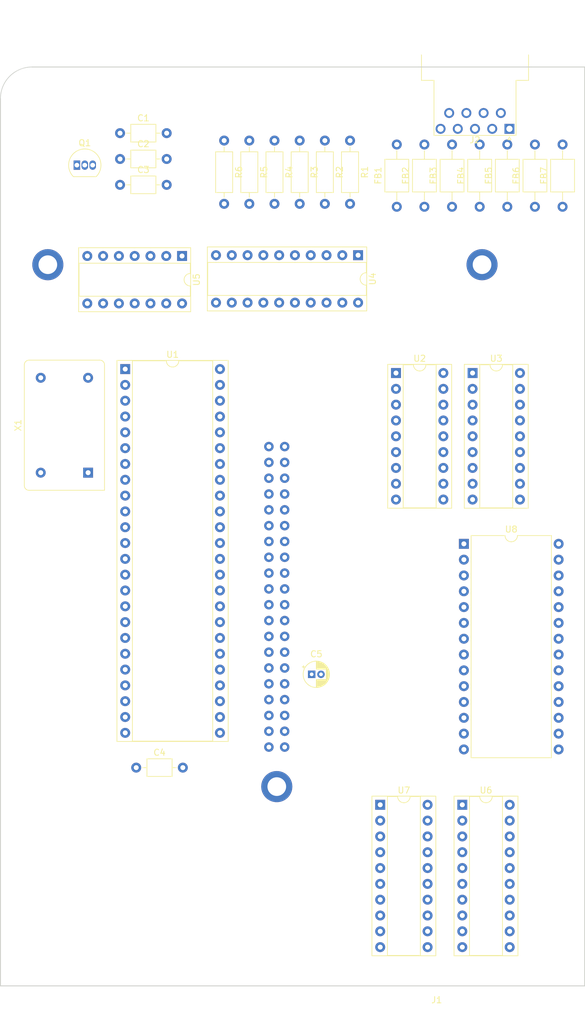
<source format=kicad_pcb>
(kicad_pcb (version 20240108) (generator "pcbnew") (generator_version "8.0")
  (layers (0 "F.Cu" signal) (31 "B.Cu" signal) (34 "B.Paste" user) (35 "F.Paste" user) (36 "B.SilkS" user "B.Silkscreen") (37 "F.SilkS" user "F.Silkscreen") (38 "B.Mask" user) (39 "F.Mask" user) (44 "Edge.Cuts" user))
  (net 0 "")
  (net 1 "GND")
  (net 2 "VCC")
  (net 3 "Net-(FB1-Pad2)")
  (net 4 "Net-(U4-1Y2)")
  (net 5 "Net-(U4-2Y0)")
  (net 6 "Net-(FB2-Pad2)")
  (net 7 "Net-(FB3-Pad2)")
  (net 8 "Net-(U4-1Y1)")
  (net 9 "Net-(U4-2Y1)")
  (net 10 "Net-(FB4-Pad2)")
  (net 11 "Net-(FB5-Pad2)")
  (net 12 "Net-(U4-1Y0)")
  (net 13 "Net-(FB6-Pad2)")
  (net 14 "Net-(Q1-E)")
  (net 15 "Net-(U4-1Y3)")
  (net 16 "Net-(FB7-Pad2)")
  (net 17 "D1")
  (net 18 "D7")
  (net 22 "~{VDC_IRQ}")
  (net 26 "D4")
  (net 28 "D6")
  (net 30 "A0")
  (net 31 "A4")
  (net 32 "A5")
  (net 38 "D0")
  (net 39 "A1")
  (net 40 "D5")
  (net 41 "~{VDC_EN}")
  (net 43 "A2")
  (net 44 "D3")
  (net 46 "R{slash}~{W}")
  (net 50 "D2")
  (net 51 "~{RST}")
  (net 52 "A3")
  (net 53 "Net-(Q1-C)")
  (net 54 "Net-(Q1-B)")
  (net 55 "Net-(R1-Pad1)")
  (net 56 "Net-(R2-Pad2)")
  (net 57 "~{RD}")
  (net 58 "/DRAM.DA1")
  (net 59 "/DRAM.~{CAS}")
  (net 61 "Net-(U1-B)")
  (net 62 "/DRAM.DA7")
  (net 63 "/DRAM.DA6")
  (net 64 "/DRAM.DD6")
  (net 65 "Net-(U1-CSYNC)")
  (net 66 "Net-(U1-R)")
  (net 67 "/DRAM.DA2")
  (net 68 "/DRAM.DD2")
  (net 69 "/DRAM.DD3")
  (net 70 "/DRAM.DA5")
  (net 71 "/DRAM.DD4")
  (net 72 "Net-(U1-G)")
  (net 73 "/DRAM.DA4")
  (net 75 "/DRAM.DA0")
  (net 76 "Net-(U1-I)")
  (net 77 "/DRAM.DD7")
  (net 78 "/DRAM.~{RAS}")
  (net 79 "Net-(U1-HSYNC)")
  (net 80 "/DRAM.~{W}")
  (net 81 "Net-(U1-CV)")
  (net 82 "/DRAM.DD0")
  (net 83 "/DRAM.DD1")
  (net 84 "Net-(U1-~{DCLK})")
  (net 85 "/DRAM.DD5")
  (net 86 "/DRAM.DA3")
  (net 87 "VCD_CS")
  (net 89 "Net-(U6-Q6)")
  (net 90 "Net-(U6-Q3)")
  (net 97 "~{WR}")
  (net 98 "Net-(U6-Q1)")
  (net 99 "V_SYNC")
  (net 100 "~{VDC_CHIP_IRQ}")
  (net 101 "IRQ_ON_V_BLANK")
  (net 102 "IRQ_ON_READY")
  (net 103 "~{CROM_OE}")
  (net 104 "CREG_WR")
  (net 105 "Net-(U6-Q7)")
  (net 106 "Net-(U6-Q0)")
  (net 107 "Net-(U6-Q4)")
  (net 109 "Net-(U6-Q5)")
  (net 110 "Net-(U6-Q2)")
  (footprint "Capacitor_THT:C_Axial_L3.8mm_D2.6mm_P7.50mm_Horizontal" (layer "F.Cu") (at 31.683 36.277)
    (property "Reference" "C1" (at 3.75 -2.42 0) (layer "F.SilkS"))
    (property "Value" "100nF")
    (pad "1" thru_hole circle (at 0 0) (size 1.6 1.6) (drill 0.8) (layers "*.Cu" "*.Mask") (net 2 "VCC"))
    (pad "2" thru_hole oval (at 7.5 0) (size 1.6 1.6) (drill 0.8) (layers "*.Cu" "*.Mask") (net 1 "GND"))
  )
  (footprint "Resistor_THT:R_Axial_DIN0207_L6.3mm_D2.5mm_P10.16mm_Horizontal" (layer "F.Cu") (at 64.629 37.465 -90)
    (property "Reference" "R2" (at 5.08 -2.37 90) (layer "F.SilkS"))
    (property "Value" "120")
    (pad "1" thru_hole circle (at 0 0 270) (size 1.6 1.6) (drill 0.8) (layers "*.Cu" "*.Mask") (net 55 "Net-(R1-Pad1)"))
    (pad "2" thru_hole oval (at 10.16 0 270) (size 1.6 1.6) (drill 0.8) (layers "*.Cu" "*.Mask") (net 56 "Net-(R2-Pad2)"))
  )
  (footprint "Inductor_THT:L_Axial_L5.0mm_D3.6mm_P10.00mm_Horizontal_Murata_BL01RN1A2A2" (layer "F.Cu") (at 102.87 48.1 90)
    (property "Reference" "FB7" (at 5 -3 -90) (layer "F.SilkS"))
    (property "Value" "FerriteBead_Small" (hide yes))
    (pad "1" thru_hole circle (at 0 0 90) (size 1.6 1.6) (drill 0.85) (layers "*.Cu" "*.Mask") (net 15 "Net-(U4-1Y3)"))
    (pad "2" thru_hole oval (at 10 0 90) (size 1.6 1.6) (drill 0.85) (layers "*.Cu" "*.Mask") (net 16 "Net-(FB7-Pad2)"))
  )
  (footprint "Resistor_THT:R_Axial_DIN0207_L6.3mm_D2.5mm_P10.16mm_Horizontal" (layer "F.Cu") (at 60.579 37.465 -90)
    (property "Reference" "R3" (at 5.08 -2.37 90) (layer "F.SilkS"))
    (property "Value" "100")
    (pad "1" thru_hole circle (at 0 0 270) (size 1.6 1.6) (drill 0.8) (layers "*.Cu" "*.Mask") (net 56 "Net-(R2-Pad2)"))
    (pad "2" thru_hole oval (at 10.16 0 270) (size 1.6 1.6) (drill 0.8) (layers "*.Cu" "*.Mask") (net 54 "Net-(Q1-B)"))
  )
  (footprint "Inductor_THT:L_Axial_L5.0mm_D3.6mm_P10.00mm_Horizontal_Murata_BL01RN1A2A2" (layer "F.Cu") (at 89.535 48.1 90)
    (property "Reference" "FB4" (at 5 -3 -90) (layer "F.SilkS"))
    (property "Value" "FerriteBead_Small" (hide yes))
    (pad "1" thru_hole circle (at 0 0 90) (size 1.6 1.6) (drill 0.85) (layers "*.Cu" "*.Mask") (net 9 "Net-(U4-2Y1)"))
    (pad "2" thru_hole oval (at 10 0 90) (size 1.6 1.6) (drill 0.85) (layers "*.Cu" "*.Mask") (net 10 "Net-(FB4-Pad2)"))
  )
  (footprint "Resistor_THT:R_Axial_DIN0207_L6.3mm_D2.5mm_P10.16mm_Horizontal" (layer "F.Cu") (at 68.679 37.465 -90)
    (property "Reference" "R1" (at 5.08 -2.37 90) (layer "F.SilkS"))
    (property "Value" "120")
    (pad "1" thru_hole circle (at 0 0 270) (size 1.6 1.6) (drill 0.8) (layers "*.Cu" "*.Mask") (net 55 "Net-(R1-Pad1)"))
    (pad "2" thru_hole oval (at 10.16 0 270) (size 1.6 1.6) (drill 0.8) (layers "*.Cu" "*.Mask") (net 1 "GND"))
  )
  (footprint "Capacitor_THT:C_Axial_L3.8mm_D2.6mm_P7.50mm_Horizontal" (layer "F.Cu") (at 31.683 44.577)
    (property "Reference" "C3" (at 3.75 -2.42 0) (layer "F.SilkS"))
    (property "Value" "220nF")
    (pad "1" thru_hole circle (at 0 0) (size 1.6 1.6) (drill 0.8) (layers "*.Cu" "*.Mask") (net 2 "VCC"))
    (pad "2" thru_hole oval (at 7.5 0) (size 1.6 1.6) (drill 0.8) (layers "*.Cu" "*.Mask") (net 1 "GND"))
  )
  (footprint "Resistor_THT:R_Axial_DIN0207_L6.3mm_D2.5mm_P10.16mm_Horizontal" (layer "F.Cu") (at 56.529 37.465 -90)
    (property "Reference" "R4" (at 5.08 -2.37 90) (layer "F.SilkS"))
    (property "Value" "330")
    (pad "1" thru_hole circle (at 0 0 270) (size 1.6 1.6) (drill 0.8) (layers "*.Cu" "*.Mask") (net 54 "Net-(Q1-B)"))
    (pad "2" thru_hole oval (at 10.16 0 270) (size 1.6 1.6) (drill 0.8) (layers "*.Cu" "*.Mask") (net 2 "VCC"))
  )
  (footprint "Inductor_THT:L_Axial_L5.0mm_D3.6mm_P10.00mm_Horizontal_Murata_BL01RN1A2A2" (layer "F.Cu") (at 76.2 48.1 90)
    (property "Reference" "FB1" (at 5 -3 -90) (layer "F.SilkS"))
    (property "Value" "FerriteBead_Small" (hide yes))
    (pad "1" thru_hole circle (at 0 0 90) (size 1.6 1.6) (drill 0.85) (layers "*.Cu" "*.Mask") (net 4 "Net-(U4-1Y2)"))
    (pad "2" thru_hole oval (at 10 0 90) (size 1.6 1.6) (drill 0.85) (layers "*.Cu" "*.Mask") (net 3 "Net-(FB1-Pad2)"))
  )
  (footprint "Package_DIP:DIP-28_W15.24mm" (layer "F.Cu") (at 86.995 102.235)
    (property "Reference" "U8" (at 7.62 -2.33 0) (layer "F.SilkS"))
    (property "Value" "27C64")
    (pad "1" thru_hole rect (at 0 0) (size 1.6 1.6) (drill 0.8) (layers "*.Cu" "*.Mask"))
    (pad "2" thru_hole oval (at 0 2.54) (size 1.6 1.6) (drill 0.8) (layers "*.Cu" "*.Mask") (net 105 "Net-(U6-Q7)"))
    (pad "3" thru_hole oval (at 0 5.08) (size 1.6 1.6) (drill 0.8) (layers "*.Cu" "*.Mask") (net 110 "Net-(U6-Q2)"))
    (pad "4" thru_hole oval (at 0 7.62) (size 1.6 1.6) (drill 0.8) (layers "*.Cu" "*.Mask") (net 98 "Net-(U6-Q1)"))
    (pad "5" thru_hole oval (at 0 10.16) (size 1.6 1.6) (drill 0.8) (layers "*.Cu" "*.Mask") (net 106 "Net-(U6-Q0)"))
    (pad "6" thru_hole oval (at 0 12.7) (size 1.6 1.6) (drill 0.8) (layers "*.Cu" "*.Mask") (net 31 "A4"))
    (pad "7" thru_hole oval (at 0 15.24) (size 1.6 1.6) (drill 0.8) (layers "*.Cu" "*.Mask") (net 52 "A3"))
    (pad "8" thru_hole oval (at 0 17.78) (size 1.6 1.6) (drill 0.8) (layers "*.Cu" "*.Mask") (net 43 "A2"))
    (pad "9" thru_hole oval (at 0 20.32) (size 1.6 1.6) (drill 0.8) (layers "*.Cu" "*.Mask") (net 39 "A1"))
    (pad "10" thru_hole oval (at 0 22.86) (size 1.6 1.6) (drill 0.8) (layers "*.Cu" "*.Mask") (net 30 "A0"))
    (pad "11" thru_hole oval (at 0 25.4) (size 1.6 1.6) (drill 0.8) (layers "*.Cu" "*.Mask") (net 38 "D0"))
    (pad "12" thru_hole oval (at 0 27.94) (size 1.6 1.6) (drill 0.8) (layers "*.Cu" "*.Mask") (net 17 "D1"))
    (pad "13" thru_hole oval (at 0 30.48) (size 1.6 1.6) (drill 0.8) (layers "*.Cu" "*.Mask") (net 50 "D2"))
    (pad "14" thru_hole oval (at 0 33.02) (size 1.6 1.6) (drill 0.8) (layers "*.Cu" "*.Mask") (net 1 "GND"))
    (pad "15" thru_hole oval (at 15.24 33.02) (size 1.6 1.6) (drill 0.8) (layers "*.Cu" "*.Mask") (net 44 "D3"))
    (pad "16" thru_hole oval (at 15.24 30.48) (size 1.6 1.6) (drill 0.8) (layers "*.Cu" "*.Mask") (net 26 "D4"))
    (pad "17" thru_hole oval (at 15.24 27.94) (size 1.6 1.6) (drill 0.8) (layers "*.Cu" "*.Mask") (net 40 "D5"))
    (pad "18" thru_hole oval (at 15.24 25.4) (size 1.6 1.6) (drill 0.8) (layers "*.Cu" "*.Mask") (net 28 "D6"))
    (pad "19" thru_hole oval (at 15.24 22.86) (size 1.6 1.6) (drill 0.8) (layers "*.Cu" "*.Mask") (net 18 "D7"))
    (pad "20" thru_hole oval (at 15.24 20.32) (size 1.6 1.6) (drill 0.8) (layers "*.Cu" "*.Mask"))
    (pad "21" thru_hole oval (at 15.24 17.78) (size 1.6 1.6) (drill 0.8) (layers "*.Cu" "*.Mask") (net 109 "Net-(U6-Q5)"))
    (pad "22" thru_hole oval (at 15.24 15.24) (size 1.6 1.6) (drill 0.8) (layers "*.Cu" "*.Mask"))
    (pad "23" thru_hole oval (at 15.24 12.7) (size 1.6 1.6) (drill 0.8) (layers "*.Cu" "*.Mask") (net 89 "Net-(U6-Q6)"))
    (pad "24" thru_hole oval (at 15.24 10.16) (size 1.6 1.6) (drill 0.8) (layers "*.Cu" "*.Mask") (net 107 "Net-(U6-Q4)"))
    (pad "25" thru_hole oval (at 15.24 7.62) (size 1.6 1.6) (drill 0.8) (layers "*.Cu" "*.Mask") (net 90 "Net-(U6-Q3)"))
    (pad "26" thru_hole oval (at 15.24 5.08) (size 1.6 1.6) (drill 0.8) (layers "*.Cu" "*.Mask"))
    (pad "27" thru_hole oval (at 15.24 2.54) (size 1.6 1.6) (drill 0.8) (layers "*.Cu" "*.Mask"))
    (pad "28" thru_hole oval (at 15.24 0) (size 1.6 1.6) (drill 0.8) (layers "*.Cu" "*.Mask") (net 2 "VCC"))
  )
  (footprint "Connector_Dsub:DSUB-9_Male_Horizontal_P2.77x2.54mm_EdgePinOffset9.40mm" (layer "F.Cu") (at 94.323 35.581331 180)
    (property "Reference" "J2" (at 5.54 -1.8 180) (layer "F.SilkS"))
    (property "Value" "DE9_Plug")
    (pad "1" thru_hole rect (at 0 0 180) (size 1.6 1.6) (drill 1) (layers "*.Cu" "*.Mask") (net 1 "GND"))
    (pad "2" thru_hole circle (at 2.77 0 180) (size 1.6 1.6) (drill 1) (layers "*.Cu" "*.Mask") (net 1 "GND"))
    (pad "3" thru_hole circle (at 5.54 0 180) (size 1.6 1.6) (drill 1) (layers "*.Cu" "*.Mask") (net 11 "Net-(FB5-Pad2)"))
    (pad "4" thru_hole circle (at 8.31 0 180) (size 1.6 1.6) (drill 1) (layers "*.Cu" "*.Mask") (net 7 "Net-(FB3-Pad2)"))
    (pad "5" thru_hole circle (at 11.08 0 180) (size 1.6 1.6) (drill 1) (layers "*.Cu" "*.Mask") (net 3 "Net-(FB1-Pad2)"))
    (pad "6" thru_hole circle (at 1.385 2.54 180) (size 1.6 1.6) (drill 1) (layers "*.Cu" "*.Mask") (net 16 "Net-(FB7-Pad2)"))
    (pad "7" thru_hole circle (at 4.155 2.54 180) (size 1.6 1.6) (drill 1) (layers "*.Cu" "*.Mask") (net 13 "Net-(FB6-Pad2)"))
    (pad "8" thru_hole circle (at 6.925 2.54 180) (size 1.6 1.6) (drill 1) (layers "*.Cu" "*.Mask") (net 10 "Net-(FB4-Pad2)"))
    (pad "9" thru_hole circle (at 9.695 2.54 180) (size 1.6 1.6) (drill 1) (layers "*.Cu" "*.Mask") (net 6 "Net-(FB2-Pad2)"))
  )
  (footprint "Package_DIP:DIP-18_W7.62mm_Socket" (layer "F.Cu") (at 76.073 74.803)
    (property "Reference" "U2" (at 3.81 -2.33 0) (layer "F.SilkS"))
    (property "Value" "~")
    (pad "1" thru_hole rect (at 0 0) (size 1.6 1.6) (drill 0.8) (layers "*.Cu" "*.Mask") (net 1 "GND"))
    (pad "2" thru_hole oval (at 0 2.54) (size 1.6 1.6) (drill 0.8) (layers "*.Cu" "*.Mask") (net 82 "/DRAM.DD0"))
    (pad "3" thru_hole oval (at 0 5.08) (size 1.6 1.6) (drill 0.8) (layers "*.Cu" "*.Mask") (net 83 "/DRAM.DD1"))
    (pad "4" thru_hole oval (at 0 7.62) (size 1.6 1.6) (drill 0.8) (layers "*.Cu" "*.Mask") (net 80 "/DRAM.~{W}"))
    (pad "5" thru_hole oval (at 0 10.16) (size 1.6 1.6) (drill 0.8) (layers "*.Cu" "*.Mask") (net 78 "/DRAM.~{RAS}"))
    (pad "6" thru_hole oval (at 0 12.7) (size 1.6 1.6) (drill 0.8) (layers "*.Cu" "*.Mask") (net 63 "/DRAM.DA6"))
    (pad "7" thru_hole oval (at 0 15.24) (size 1.6 1.6) (drill 0.8) (layers "*.Cu" "*.Mask") (net 70 "/DRAM.DA5"))
    (pad "8" thru_hole oval (at 0 17.78) (size 1.6 1.6) (drill 0.8) (layers "*.Cu" "*.Mask") (net 73 "/DRAM.DA4"))
    (pad "9" thru_hole oval (at 0 20.32) (size 1.6 1.6) (drill 0.8) (layers "*.Cu" "*.Mask") (net 2 "VCC"))
    (pad "10" thru_hole oval (at 7.62 20.32) (size 1.6 1.6) (drill 0.8) (layers "*.Cu" "*.Mask") (net 62 "/DRAM.DA7"))
    (pad "11" thru_hole oval (at 7.62 17.78) (size 1.6 1.6) (drill 0.8) (layers "*.Cu" "*.Mask") (net 86 "/DRAM.DA3"))
    (pad "12" thru_hole oval (at 7.62 15.24) (size 1.6 1.6) (drill 0.8) (layers "*.Cu" "*.Mask") (net 67 "/DRAM.DA2"))
    (pad "13" thru_hole oval (at 7.62 12.7) (size 1.6 1.6) (drill 0.8) (layers "*.Cu" "*.Mask") (net 58 "/DRAM.DA1"))
    (pad "14" thru_hole oval (at 7.62 10.16) (size 1.6 1.6) (drill 0.8) (layers "*.Cu" "*.Mask") (net 75 "/DRAM.DA0"))
    (pad "15" thru_hole oval (at 7.62 7.62) (size 1.6 1.6) (drill 0.8) (layers "*.Cu" "*.Mask") (net 68 "/DRAM.DD2"))
    (pad "16" thru_hole oval (at 7.62 5.08) (size 1.6 1.6) (drill 0.8) (layers "*.Cu" "*.Mask") (net 59 "/DRAM.~{CAS}"))
    (pad "17" thru_hole oval (at 7.62 2.54) (size 1.6 1.6) (drill 0.8) (layers "*.Cu" "*.Mask") (net 69 "/DRAM.DD3"))
    (pad "18" thru_hole oval (at 7.62 0) (size 1.6 1.6) (drill 0.8) (layers "*.Cu" "*.Mask") (net 1 "GND"))
  )
  (footprint "kicad-lib:GraphicsCardTemplate" (layer "F.Cu") (at 55.626 160.274)
    (property "Reference" "J1" (at 27 15.224 0) (layer "F.SilkS"))
    (property "Value" "VEP")
    (fp_line (start -43.18 -129.54) (end -43.18 12.954) (stroke (width 0.15)) (layer "Edge.Cuts"))
    (fp_line (start 50.8 -134.62) (end -38.1 -134.62) (stroke (width 0.15)) (layer "Edge.Cuts"))
    (fp_line (start 50.8 -134.62) (end 50.8 12.954) (stroke (width 0.15)) (layer "Edge.Cuts"))
    (fp_line (start 50.8 12.954) (end -43.18 12.954) (stroke (width 0.15)) (layer "Edge.Cuts"))
    (fp_arc (start -43.181587 -129.54) (mid -41.693225 -133.133225) (end -38.1 -134.621587) (stroke (width 0.12)) (layer "Edge.Cuts"))
    (pad "" np_thru_hole circle (at -35.56 -102.87) (size 5 5) (drill 3) (layers "F&B.Cu" "*.Mask"))
    (pad "" np_thru_hole circle (at 1.27 -19.05) (size 5 5) (drill 3) (layers "F&B.Cu" "*.Mask"))
    (pad "" np_thru_hole circle (at 34.29 -102.87) (size 5 5) (drill 3) (layers "F&B.Cu" "*.Mask"))
    (pad "1" thru_hole circle (at 2.54 -73.66) (size 1.524 1.524) (drill 0.762) (layers "*.Cu" "*.Mask") (net 2 "VCC"))
    (pad "2" thru_hole circle (at 0 -73.66) (size 1.524 1.524) (drill 0.762) (layers "*.Cu" "*.Mask") (net 51 "~{RST}"))
    (pad "3" thru_hole circle (at 2.54 -71.12) (size 1.524 1.524) (drill 0.762) (layers "*.Cu" "*.Mask"))
    (pad "4" thru_hole circle (at 0 -71.12) (size 1.524 1.524) (drill 0.762) (layers "*.Cu" "*.Mask") (net 22 "~{VDC_IRQ}"))
    (pad "5" thru_hole circle (at 2.54 -68.58) (size 1.524 1.524) (drill 0.762) (layers "*.Cu" "*.Mask"))
    (pad "6" thru_hole circle (at 0 -68.58) (size 1.524 1.524) (drill 0.762) (layers "*.Cu" "*.Mask") (net 46 "R{slash}~{W}"))
    (pad "7" thru_hole circle (at 2.54 -66.04) (size 1.524 1.524) (drill 0.762) (layers "*.Cu" "*.Mask"))
    (pad "8" thru_hole circle (at 0 -66.04) (size 1.524 1.524) (drill 0.762) (layers "*.Cu" "*.Mask"))
    (pad "9" thru_hole circle (at 2.54 -63.5) (size 1.524 1.524) (drill 0.762) (layers "*.Cu" "*.Mask"))
    (pad "10" thru_hole circle (at 0 -63.5) (size 1.524 1.524) (drill 0.762) (layers "*.Cu" "*.Mask"))
    (pad "11" thru_hole circle (at 2.54 -60.96) (size 1.524 1.524) (drill 0.762) (layers "*.Cu" "*.Mask"))
    (pad "12" thru_hole circle (at 0 -60.96) (size 1.524 1.524) (drill 0.762) (layers "*.Cu" "*.Mask"))
    (pad "13" thru_hole circle (at 2.54 -58.42) (size 1.524 1.524) (drill 0.762) (layers "*.Cu" "*.Mask"))
    (pad "14" thru_hole circle (at 0 -58.42) (size 1.524 1.524) (drill 0.762) (layers "*.Cu" "*.Mask"))
    (pad "15" thru_hole circle (at 2.54 -55.88) (size 1.524 1.524) (drill 0.762) (layers "*.Cu" "*.Mask") (net 97 "~{WR}"))
    (pad "16" thru_hole circle (at 0 -55.88) (size 1.524 1.524) (drill 0.762) (layers "*.Cu" "*.Mask"))
    (pad "17" thru_hole circle (at 2.54 -53.34) (size 1.524 1.524) (drill 0.762) (layers "*.Cu" "*.Mask"))
    (pad "18" thru_hole circle (at 0 -53.34) (size 1.524 1.524) (drill 0.762) (layers "*.Cu" "*.Mask"))
    (pad "19" thru_hole circle (at 2.54 -50.8) (size 1.524 1.524) (drill 0.762) (layers "*.Cu" "*.Mask"))
    (pad "20" thru_hole circle (at 0 -50.8) (size 1.524 1.524) (drill 0.762) (layers "*.Cu" "*.Mask"))
    (pad "21" thru_hole circle (at 2.54 -48.26) (size 1.524 1.524) (drill 0.762) (layers "*.Cu" "*.Mask"))
    (pad "22" thru_hole circle (at 0 -48.26) (size 1.524 1.524) (drill 0.762) (layers "*.Cu" "*.Mask") (net 32 "A5"))
    (pad "23" thru_hole circle (at 2.54 -45.72) (size 1.524 1.524) (drill 0.762) (layers "*.Cu" "*.Mask"))
    (pad "24" thru_hole circle (at 0 -45.72) (size 1.524 1.524) (drill 0.762) (layers "*.Cu" "*.Mask") (net 31 "A4"))
    (pad "25" thru_hole circle (at 2.54 -43.18) (size 1.524 1.524) (drill 0.762) (layers "*.Cu" "*.Mask") (net 57 "~{RD}"))
    (pad "26" thru_hole circle (at 0 -43.18) (size 1.524 1.524) (drill 0.762) (layers "*.Cu" "*.Mask") (net 52 "A3"))
    (pad "27" thru_hole circle (at 2.54 -40.64) (size 1.524 1.524) (drill 0.762) (layers "*.Cu" "*.Mask"))
    (pad "28" thru_hole circle (at 0 -40.64) (size 1.524 1.524) (drill 0.762) (layers "*.Cu" "*.Mask") (net 43 "A2"))
    (pad "29" thru_hole circle (at 2.54 -38.1) (size 1.524 1.524) (drill 0.762) (layers "*.Cu" "*.Mask") (net 41 "~{VDC_EN}"))
    (pad "30" thru_hole circle (at 0 -38.1) (size 1.524 1.524) (drill 0.762) (layers "*.Cu" "*.Mask") (net 39 "A1"))
    (pad "31" thru_hole circle (at 2.54 -35.56) (size 1.524 1.524) (drill 0.762) (layers "*.Cu" "*.Mask") (net 18 "D7"))
    (pad "32" thru_hole circle (at 0 -35.56) (size 1.524 1.524) (drill 0.762) (layers "*.Cu" "*.Mask") (net 30 "A0"))
    (pad "33" thru_hole circle (at 2.54 -33.02) (size 1.524 1.524) (drill 0.762) (layers "*.Cu" "*.Mask") (net 28 "D6"))
    (pad "34" thru_hole circle (at 0 -33.02) (size 1.524 1.524) (drill 0.762) (layers "*.Cu" "*.Mask") (net 38 "D0"))
    (pad "35" thru_hole circle (at 2.54 -30.48) (size 1.524 1.524) (drill 0.762) (layers "*.Cu" "*.Mask") (net 40 "D5"))
    (pad "36" thru_hole circle (at 0 -30.48) (size 1.524 1.524) (drill 0.762) (layers "*.Cu" "*.Mask") (net 17 "D1"))
    (pad "37" thru_hole circle (at 2.54 -27.94) (size 1.524 1.524) (drill 0.762) (layers "*.Cu" "*.Mask") (net 26 "D4"))
    (pad "38" thru_hole circle (at 0 -27.94) (size 1.524 1.524) (drill 0.762) (layers "*.Cu" "*.Mask") (net 50 "D2"))
    (pad "39" thru_hole circle (at 2.54 -25.4) (size 1.524 1.524) (drill 0.762) (layers "*.Cu" "*.Mask") (net 44 "D3"))
    (pad "40" thru_hole circle (at 0 -25.4) (size 1.524 1.524) (drill 0.762) (layers "*.Cu" "*.Mask") (net 1 "GND"))
  )
  (footprint "Resistor_THT:R_Axial_DIN0207_L6.3mm_D2.5mm_P10.16mm_Horizontal" (layer "F.Cu") (at 52.479 37.465 -90)
    (property "Reference" "R5" (at 5.08 -2.37 90) (layer "F.SilkS"))
    (property "Value" "47")
    (pad "1" thru_hole circle (at 0 0 270) (size 1.6 1.6) (drill 0.8) (layers "*.Cu" "*.Mask") (net 2 "VCC"))
    (pad "2" thru_hole oval (at 10.16 0 270) (size 1.6 1.6) (drill 0.8) (layers "*.Cu" "*.Mask") (net 53 "Net-(Q1-C)"))
  )
  (footprint "Package_DIP:DIP-48_W15.24mm_Socket" (layer "F.Cu") (at 32.512 74.168)
    (property "Reference" "U1" (at 7.62 -2.33 360) (layer "F.SilkS"))
    (property "Value" "8568")
    (pad "1" thru_hole rect (at 0 0) (size 1.6 1.6) (drill 0.8) (layers "*.Cu" "*.Mask") (net 59 "/DRAM.~{CAS}"))
    (pad "2" thru_hole oval (at 0 2.54) (size 1.6 1.6) (drill 0.8) (layers "*.Cu" "*.Mask"))
    (pad "3" thru_hole oval (at 0 5.08) (size 1.6 1.6) (drill 0.8) (layers "*.Cu" "*.Mask") (net 84 "Net-(U1-~{DCLK})"))
    (pad "4" thru_hole oval (at 0 7.62) (size 1.6 1.6) (drill 0.8) (layers "*.Cu" "*.Mask") (net 79 "Net-(U1-HSYNC)"))
    (pad "5" thru_hole oval (at 0 10.16) (size 1.6 1.6) (drill 0.8) (layers "*.Cu" "*.Mask") (net 87 "VCD_CS"))
    (pad "6" thru_hole oval (at 0 12.7) (size 1.6 1.6) (drill 0.8) (layers "*.Cu" "*.Mask") (net 41 "~{VDC_EN}"))
    (pad "7" thru_hole oval (at 0 15.24) (size 1.6 1.6) (drill 0.8) (layers "*.Cu" "*.Mask") (net 30 "A0"))
    (pad "8" thru_hole oval (at 0 17.78) (size 1.6 1.6) (drill 0.8) (layers "*.Cu" "*.Mask") (net 46 "R{slash}~{W}"))
    (pad "9" thru_hole oval (at 0 20.32) (size 1.6 1.6) (drill 0.8) (layers "*.Cu" "*.Mask") (net 100 "~{VDC_CHIP_IRQ}"))
    (pad "10" thru_hole oval (at 0 22.86) (size 1.6 1.6) (drill 0.8) (layers "*.Cu" "*.Mask") (net 18 "D7"))
    (pad "11" thru_hole oval (at 0 25.4) (size 1.6 1.6) (drill 0.8) (layers "*.Cu" "*.Mask") (net 28 "D6"))
    (pad "12" thru_hole oval (at 0 27.94) (size 1.6 1.6) (drill 0.8) (layers "*.Cu" "*.Mask") (net 1 "GND"))
    (pad "13" thru_hole oval (at 0 30.48) (size 1.6 1.6) (drill 0.8) (layers "*.Cu" "*.Mask") (net 40 "D5"))
    (pad "14" thru_hole oval (at 0 33.02) (size 1.6 1.6) (drill 0.8) (layers "*.Cu" "*.Mask") (net 26 "D4"))
    (pad "15" thru_hole oval (at 0 35.56) (size 1.6 1.6) (drill 0.8) (layers "*.Cu" "*.Mask") (net 44 "D3"))
    (pad "16" thru_hole oval (at 0 38.1) (size 1.6 1.6) (drill 0.8) (layers "*.Cu" "*.Mask") (net 50 "D2"))
    (pad "17" thru_hole oval (at 0 40.64) (size 1.6 1.6) (drill 0.8) (layers "*.Cu" "*.Mask") (net 17 "D1"))
    (pad "18" thru_hole oval (at 0 43.18) (size 1.6 1.6) (drill 0.8) (layers "*.Cu" "*.Mask") (net 38 "D0"))
    (pad "19" thru_hole oval (at 0 45.72) (size 1.6 1.6) (drill 0.8) (layers "*.Cu" "*.Mask") (net 65 "Net-(U1-CSYNC)"))
    (pad "20" thru_hole oval (at 0 48.26) (size 1.6 1.6) (drill 0.8) (layers "*.Cu" "*.Mask") (net 99 "V_SYNC"))
    (pad "21" thru_hole oval (at 0 50.8) (size 1.6 1.6) (drill 0.8) (layers "*.Cu" "*.Mask") (net 80 "/DRAM.~{W}"))
    (pad "22" thru_hole oval (at 0 53.34) (size 1.6 1.6) (drill 0.8) (layers "*.Cu" "*.Mask") (net 51 "~{RST}"))
    (pad "23" thru_hole oval (at 0 55.88) (size 1.6 1.6) (drill 0.8) (layers "*.Cu" "*.Mask") (net 1 "GND"))
    (pad "24" thru_hole oval (at 0 58.42) (size 1.6 1.6) (drill 0.8) (layers "*.Cu" "*.Mask") (net 1 "GND"))
    (pad "25" thru_hole oval (at 15.24 58.42) (size 1.6 1.6) (drill 0.8) (layers "*.Cu" "*.Mask"))
    (pad "26" thru_hole oval (at 15.24 55.88) (size 1.6 1.6) (drill 0.8) (layers "*.Cu" "*.Mask") (net 75 "/DRAM.DA0"))
    (pad "27" thru_hole oval (at 15.24 53.34) (size 1.6 1.6) (drill 0.8) (layers "*.Cu" "*.Mask") (net 58 "/DRAM.DA1"))
    (pad "28" thru_hole oval (at 15.24 50.8) (size 1.6 1.6) (drill 0.8) (layers "*.Cu" "*.Mask") (net 67 "/DRAM.DA2"))
    (pad "29" thru_hole oval (at 15.24 48.26) (size 1.6 1.6) (drill 0.8) (layers "*.Cu" "*.Mask") (net 86 "/DRAM.DA3"))
    (pad "30" thru_hole oval (at 15.24 45.72) (size 1.6 1.6) (drill 0.8) (layers "*.Cu" "*.Mask") (net 73 "/DRAM.DA4"))
    (pad "31" thru_hole oval (at 15.24 43.18) (size 1.6 1.6) (drill 0.8) (layers "*.Cu" "*.Mask") (net 70 "/DRAM.DA5"))
    (pad "32" thru_hole oval (at 15.24 40.64) (size 1.6 1.6) (drill 0.8) (layers "*.Cu" "*.Mask") (net 63 "/DRAM.DA6"))
    (pad "33" thru_hole oval (at 15.24 38.1) (size 1.6 1.6) (drill 0.8) (layers "*.Cu" "*.Mask") (net 62 "/DRAM.DA7"))
    (pad "34" thru_hole oval (at 15.24 35.56) (size 1.6 1.6) (drill 0.8) (layers "*.Cu" "*.Mask") (net 82 "/DRAM.DD0"))
    (pad "35" thru_hole oval (at 15.24 33.02) (size 1.6 1.6) (drill 0.8) (layers "*.Cu" "*.Mask") (net 83 "/DRAM.DD1"))
    (pad "36" thru_hole oval (at 15.24 30.48) (size 1.6 1.6) (drill 0.8) (layers "*.Cu" "*.Mask") (net 68 "/DRAM.DD2"))
    (pad "37" thru_hole oval (at 15.24 27.94) (size 1.6 1.6) (drill 0.8) (layers "*.Cu" "*.Mask") (net 2 "VCC"))
    (pad "38" thru_hole oval (at 15.24 25.4) (size 1.6 1.6) (drill 0.8) (layers "*.Cu" "*.Mask") (net 69 "/DRAM.DD3"))
    (pad "39" thru_hole oval (at 15.24 22.86) (size 1.6 1.6) (drill 0.8) (layers "*.Cu" "*.Mask") (net 71 "/DRAM.DD4"))
    (pad "40" thru_hole oval (at 15.24 20.32) (size 1.6 1.6) (drill 0.8) (layers "*.Cu" "*.Mask") (net 85 "/DRAM.DD5"))
    (pad "41" thru_hole oval (at 15.24 17.78) (size 1.6 1.6) (drill 0.8) (layers "*.Cu" "*.Mask") (net 64 "/DRAM.DD6"))
    (pad "42" thru_hole oval (at 15.24 15.24) (size 1.6 1.6) (drill 0.8) (layers "*.Cu" "*.Mask") (net 77 "/DRAM.DD7"))
    (pad "43" thru_hole oval (at 15.24 12.7) (size 1.6 1.6) (drill 0.8) (layers "*.Cu" "*.Mask") (net 76 "Net-(U1-I)"))
    (pad "44" thru_hole oval (at 15.24 10.16) (size 1.6 1.6) (drill 0.8) (layers "*.Cu" "*.Mask") (net 61 "Net-(U1-B)"))
    (pad "45" thru_hole oval (at 15.24 7.62) (size 1.6 1.6) (drill 0.8) (layers "*.Cu" "*.Mask") (net 72 "Net-(U1-G)"))
    (pad "46" thru_hole oval (at 15.24 5.08) (size 1.6 1.6) (drill 0.8) (layers "*.Cu" "*.Mask") (net 66 "Net-(U1-R)"))
    (pad "47" thru_hole oval (at 15.24 2.54) (size 1.6 1.6) (drill 0.8) (layers "*.Cu" "*.Mask") (net 81 "Net-(U1-CV)"))
    (pad "48" thru_hole oval (at 15.24 0) (size 1.6 1.6) (drill 0.8) (layers "*.Cu" "*.Mask") (net 78 "/DRAM.~{RAS}"))
  )
  (footprint "Package_DIP:DIP-20_W7.62mm_Socket" (layer "F.Cu") (at 86.741 144.145)
    (property "Reference" "U6" (at 3.81 -2.33 0) (layer "F.SilkS"))
    (property "Value" "74HCT273")
    (pad "1" thru_hole rect (at 0 0) (size 1.6 1.6) (drill 0.8) (layers "*.Cu" "*.Mask"))
    (pad "2" thru_hole oval (at 0 2.54) (size 1.6 1.6) (drill 0.8) (layers "*.Cu" "*.Mask") (net 106 "Net-(U6-Q0)"))
    (pad "3" thru_hole oval (at 0 5.08) (size 1.6 1.6) (drill 0.8) (layers "*.Cu" "*.Mask") (net 38 "D0"))
    (pad "4" thru_hole oval (at 0 7.62) (size 1.6 1.6) (drill 0.8) (layers "*.Cu" "*.Mask") (net 17 "D1"))
    (pad "5" thru_hole oval (at 0 10.16) (size 1.6 1.6) (drill 0.8) (layers "*.Cu" "*.Mask") (net 98 "Net-(U6-Q1)"))
    (pad "6" thru_hole oval (at 0 12.7) (size 1.6 1.6) (drill 0.8) (layers "*.Cu" "*.Mask") (net 110 "Net-(U6-Q2)"))
    (pad "7" thru_hole oval (at 0 15.24) (size 1.6 1.6) (drill 0.8) (layers "*.Cu" "*.Mask") (net 50 "D2"))
    (pad "8" thru_hole oval (at 0 17.78) (size 1.6 1.6) (drill 0.8) (layers "*.Cu" "*.Mask") (net 44 "D3"))
    (pad "9" thru_hole oval (at 0 20.32) (size 1.6 1.6) (drill 0.8) (layers "*.Cu" "*.Mask") (net 90 "Net-(U6-Q3)"))
    (pad "10" thru_hole oval (at 0 22.86) (size 1.6 1.6) (drill 0.8) (layers "*.Cu" "*.Mask") (net 1 "GND"))
    (pad "11" thru_hole oval (at 7.62 22.86) (size 1.6 1.6) (drill 0.8) (layers "*.Cu" "*.Mask"))
    (pad "12" thru_hole oval (at 7.62 20.32) (size 1.6 1.6) (drill 0.8) (layers "*.Cu" "*.Mask") (net 107 "Net-(U6-Q4)"))
    (pad "13" thru_hole oval (at 7.62 17.78) (size 1.6 1.6) (drill 0.8) (layers "*.Cu" "*.Mask") (net 26 "D4"))
    (pad "14" thru_hole oval (at 7.62 15.24) (size 1.6 1.6) (drill 0.8) (layers "*.Cu" "*.Mask") (net 40 "D5"))
    (pad "15" thru_hole oval (at 7.62 12.7) (size 1.6 1.6) (drill 0.8) (layers "*.Cu" "*.Mask") (net 109 "Net-(U6-Q5)"))
    (pad "16" thru_hole oval (at 7.62 10.16) (size 1.6 1.6) (drill 0.8) (layers "*.Cu" "*.Mask") (net 89 "Net-(U6-Q6)"))
    (pad "17" thru_hole oval (at 7.62 7.62) (size 1.6 1.6) (drill 0.8) (layers "*.Cu" "*.Mask") (net 28 "D6"))
    (pad "18" thru_hole oval (at 7.62 5.08) (size 1.6 1.6) (drill 0.8) (layers "*.Cu" "*.Mask") (net 18 "D7"))
    (pad "19" thru_hole oval (at 7.62 2.54) (size 1.6 1.6) (drill 0.8) (layers "*.Cu" "*.Mask") (net 105 "Net-(U6-Q7)"))
    (pad "20" thru_hole oval (at 7.62 0) (size 1.6 1.6) (drill 0.8) (layers "*.Cu" "*.Mask") (net 2 "VCC"))
  )
  (footprint "Capacitor_THT:C_Axial_L3.8mm_D2.6mm_P7.50mm_Horizontal" (layer "F.Cu") (at 31.683 40.427)
    (property "Reference" "C2" (at 3.75 -2.42 0) (layer "F.SilkS"))
    (property "Value" "220nF")
    (pad "1" thru_hole circle (at 0 0) (size 1.6 1.6) (drill 0.8) (layers "*.Cu" "*.Mask") (net 2 "VCC"))
    (pad "2" thru_hole oval (at 7.5 0) (size 1.6 1.6) (drill 0.8) (layers "*.Cu" "*.Mask") (net 1 "GND"))
  )
  (footprint "Capacitor_THT:C_Axial_L3.8mm_D2.6mm_P7.50mm_Horizontal" (layer "F.Cu") (at 34.283 138.176)
    (property "Reference" "C4" (at 3.75 -2.42 0) (layer "F.SilkS"))
    (property "Value" "100nF")
    (pad "1" thru_hole circle (at 0 0) (size 1.6 1.6) (drill 0.8) (layers "*.Cu" "*.Mask") (net 2 "VCC"))
    (pad "2" thru_hole oval (at 7.5 0) (size 1.6 1.6) (drill 0.8) (layers "*.Cu" "*.Mask") (net 1 "GND"))
  )
  (footprint "Package_DIP:DIP-20_W7.62mm_Socket" (layer "F.Cu") (at 69.977 55.88 -90)
    (property "Reference" "U4" (at 3.81 -2.33 90) (layer "F.SilkS"))
    (property "Value" "74HCT244")
    (pad "1" thru_hole rect (at 0 0 270) (size 1.6 1.6) (drill 0.8) (layers "*.Cu" "*.Mask") (net 1 "GND"))
    (pad "2" thru_hole oval (at 0 2.54 270) (size 1.6 1.6) (drill 0.8) (layers "*.Cu" "*.Mask") (net 66 "Net-(U1-R)"))
    (pad "3" thru_hole oval (at 0 5.08 270) (size 1.6 1.6) (drill 0.8) (layers "*.Cu" "*.Mask") (net 5 "Net-(U4-2Y0)"))
    (pad "4" thru_hole oval (at 0 7.62 270) (size 1.6 1.6) (drill 0.8) (layers "*.Cu" "*.Mask") (net 72 "Net-(U1-G)"))
    (pad "5" thru_hole oval (at 0 10.16 270) (size 1.6 1.6) (drill 0.8) (layers "*.Cu" "*.Mask") (net 9 "Net-(U4-2Y1)"))
    (pad "6" thru_hole oval (at 0 12.7 270) (size 1.6 1.6) (drill 0.8) (layers "*.Cu" "*.Mask") (net 61 "Net-(U1-B)"))
    (pad "7" thru_hole oval (at 0 15.24 270) (size 1.6 1.6) (drill 0.8) (layers "*.Cu" "*.Mask"))
    (pad "8" thru_hole oval (at 0 17.78 270) (size 1.6 1.6) (drill 0.8) (layers "*.Cu" "*.Mask") (net 76 "Net-(U1-I)"))
    (pad "9" thru_hole oval (at 0 20.32 270) (size 1.6 1.6) (drill 0.8) (layers "*.Cu" "*.Mask"))
    (pad "10" thru_hole oval (at 0 22.86 270) (size 1.6 1.6) (drill 0.8) (layers "*.Cu" "*.Mask") (net 1 "GND"))
    (pad "11" thru_hole oval (at 7.62 22.86 270) (size 1.6 1.6) (drill 0.8) (layers "*.Cu" "*.Mask") (net 1 "GND"))
    (pad "12" thru_hole oval (at 7.62 20.32 270) (size 1.6 1.6) (drill 0.8) (layers "*.Cu" "*.Mask") (net 15 "Net-(U4-1Y3)"))
    (pad "13" thru_hole oval (at 7.62 17.78 270) (size 1.6 1.6) (drill 0.8) (layers "*.Cu" "*.Mask") (net 1 "GND"))
    (pad "14" thru_hole oval (at 7.62 15.24 270) (size 1.6 1.6) (drill 0.8) (layers "*.Cu" "*.Mask") (net 4 "Net-(U4-1Y2)"))
    (pad "15" thru_hole oval (at 7.62 12.7 270) (size 1.6 1.6) (drill 0.8) (layers "*.Cu" "*.Mask") (net 79 "Net-(U1-HSYNC)"))
    (pad "16" thru_hole oval (at 7.62 10.16 270) (size 1.6 1.6) (drill 0.8) (layers "*.Cu" "*.Mask") (net 8 "Net-(U4-1Y1)"))
    (pad "17" thru_hole oval (at 7.62 7.62 270) (size 1.6 1.6) (drill 0.8) (layers "*.Cu" "*.Mask") (net 99 "V_SYNC"))
    (pad "18" thru_hole oval (at 7.62 5.08 270) (size 1.6 1.6) (drill 0.8) (layers "*.Cu" "*.Mask") (net 12 "Net-(U4-1Y0)"))
    (pad "19" thru_hole oval (at 7.62 2.54 270) (size 1.6 1.6) (drill 0.8) (layers "*.Cu" "*.Mask") (net 1 "GND"))
    (pad "20" thru_hole oval (at 7.62 0 270) (size 1.6 1.6) (drill 0.8) (layers "*.Cu" "*.Mask") (net 2 "VCC"))
  )
  (footprint "Inductor_THT:L_Axial_L5.0mm_D3.6mm_P10.00mm_Horizontal_Murata_BL01RN1A2A2" (layer "F.Cu") (at 98.425 48.1 90)
    (property "Reference" "FB6" (at 5 -3 -90) (layer "F.SilkS"))
    (property "Value" "FerriteBead_Small" (hide yes))
    (pad "1" thru_hole circle (at 0 0 90) (size 1.6 1.6) (drill 0.85) (layers "*.Cu" "*.Mask") (net 14 "Net-(Q1-E)"))
    (pad "2" thru_hole oval (at 10 0 90) (size 1.6 1.6) (drill 0.85) (layers "*.Cu" "*.Mask") (net 13 "Net-(FB6-Pad2)"))
  )
  (footprint "Capacitor_THT:CP_Radial_D4.0mm_P1.50mm" (layer "F.Cu") (at 62.508 123.19)
    (property "Reference" "C5" (at 0.75 -3.25 0) (layer "F.SilkS"))
    (property "Value" "10µF")
    (pad "1" thru_hole rect (at 0 0) (size 1.2 1.2) (drill 0.6) (layers "*.Cu" "*.Mask") (net 2 "VCC"))
    (pad "2" thru_hole circle (at 1.5 0) (size 1.2 1.2) (drill 0.6) (layers "*.Cu" "*.Mask") (net 1 "GND"))
  )
  (footprint "Package_DIP:DIP-14_W7.62mm_Socket" (layer "F.Cu") (at 41.656 56.007 -90)
    (property "Reference" "U5" (at 3.81 -2.33 90) (layer "F.SilkS"))
    (property "Value" "74LS07")
    (pad "1" thru_hole rect (at 0 0 270) (size 1.6 1.6) (drill 0.8) (layers "*.Cu" "*.Mask") (net 81 "Net-(U1-CV)"))
    (pad "2" thru_hole oval (at 0 2.54 270) (size 1.6 1.6) (drill 0.8) (layers "*.Cu" "*.Mask") (net 56 "Net-(R2-Pad2)"))
    (pad "3" thru_hole oval (at 0 5.08 270) (size 1.6 1.6) (drill 0.8) (layers "*.Cu" "*.Mask") (net 65 "Net-(U1-CSYNC)"))
    (pad "4" thru_hole oval (at 0 7.62 270) (size 1.6 1.6) (drill 0.8) (layers "*.Cu" "*.Mask") (net 54 "Net-(Q1-B)"))
    (pad "5" thru_hole oval (at 0 10.16 270) (size 1.6 1.6) (drill 0.8) (layers "*.Cu" "*.Mask") (net 76 "Net-(U1-I)"))
    (pad "6" thru_hole oval (at 0 12.7 270) (size 1.6 1.6) (drill 0.8) (layers "*.Cu" "*.Mask") (net 55 "Net-(R1-Pad1)"))
    (pad "7" thru_hole oval (at 0 15.24 270) (size 1.6 1.6) (drill 0.8) (layers "*.Cu" "*.Mask") (net 1 "GND"))
    (pad "8" thru_hole oval (at 7.62 15.24 270) (size 1.6 1.6) (drill 0.8) (layers "*.Cu" "*.Mask"))
    (pad "9" thru_hole oval (at 7.62 12.7 270) (size 1.6 1.6) (drill 0.8) (layers "*.Cu" "*.Mask") (net 1 "GND"))
    (pad "10" thru_hole oval (at 7.62 10.16 270) (size 1.6 1.6) (drill 0.8) (layers "*.Cu" "*.Mask"))
    (pad "11" thru_hole oval (at 7.62 7.62 270) (size 1.6 1.6) (drill 0.8) (layers "*.Cu" "*.Mask") (net 1 "GND"))
    (pad "12" thru_hole oval (at 7.62 5.08 270) (size 1.6 1.6) (drill 0.8) (layers "*.Cu" "*.Mask"))
    (pad "13" thru_hole oval (at 7.62 2.54 270) (size 1.6 1.6) (drill 0.8) (layers "*.Cu" "*.Mask") (net 1 "GND"))
    (pad "14" thru_hole oval (at 7.62 0 270) (size 1.6 1.6) (drill 0.8) (layers "*.Cu" "*.Mask") (net 2 "VCC"))
  )
  (footprint "Inductor_THT:L_Axial_L5.0mm_D3.6mm_P10.00mm_Horizontal_Murata_BL01RN1A2A2" (layer "F.Cu") (at 85.09 48.1 90)
    (property "Reference" "FB3" (at 5 -3 -90) (layer "F.SilkS"))
    (property "Value" "FerriteBead_Small" (hide yes))
    (pad "1" thru_hole circle (at 0 0 90) (size 1.6 1.6) (drill 0.85) (layers "*.Cu" "*.Mask") (net 8 "Net-(U4-1Y1)"))
    (pad "2" thru_hole oval (at 10 0 90) (size 1.6 1.6) (drill 0.85) (layers "*.Cu" "*.Mask") (net 7 "Net-(FB3-Pad2)"))
  )
  (footprint "Resistor_THT:R_Axial_DIN0207_L6.3mm_D2.5mm_P10.16mm_Horizontal" (layer "F.Cu") (at 48.429 37.465 -90)
    (property "Reference" "R6" (at 5.08 -2.37 90) (layer "F.SilkS"))
    (property "Value" "82")
    (pad "1" thru_hole circle (at 0 0 270) (size 1.6 1.6) (drill 0.8) (layers "*.Cu" "*.Mask") (net 14 "Net-(Q1-E)"))
    (pad "2" thru_hole oval (at 10.16 0 270) (size 1.6 1.6) (drill 0.8) (layers "*.Cu" "*.Mask") (net 1 "GND"))
  )
  (footprint "Oscillator:Oscillator_DIP-14" (layer "F.Cu") (at 26.543 90.805 90)
    (property "Reference" "X1" (at 7.62 -11.26 270) (layer "F.SilkS"))
    (property "Value" "ACO-16MHz")
    (pad "1" thru_hole rect (at 0 0 90) (size 1.6 1.6) (drill 0.8) (layers "*.Cu" "*.Mask"))
    (pad "7" thru_hole circle (at 15.24 0 90) (size 1.6 1.6) (drill 0.8) (layers "*.Cu" "*.Mask") (net 1 "GND"))
    (pad "8" thru_hole circle (at 15.24 -7.62 90) (size 1.6 1.6) (drill 0.8) (layers "*.Cu" "*.Mask") (net 84 "Net-(U1-~{DCLK})"))
    (pad "14" thru_hole circle (at 0 -7.62 90) (size 1.6 1.6) (drill 0.8) (layers "*.Cu" "*.Mask") (net 2 "VCC"))
  )
  (footprint "Package_DIP:DIP-18_W7.62mm_Socket" (layer "F.Cu") (at 88.392 74.803)
    (property "Reference" "U3" (at 3.81 -2.33 0) (layer "F.SilkS"))
    (property "Value" "~")
    (pad "1" thru_hole rect (at 0 0) (size 1.6 1.6) (drill 0.8) (layers "*.Cu" "*.Mask") (net 1 "GND"))
    (pad "2" thru_hole oval (at 0 2.54) (size 1.6 1.6) (drill 0.8) (layers "*.Cu" "*.Mask") (net 71 "/DRAM.DD4"))
    (pad "3" thru_hole oval (at 0 5.08) (size 1.6 1.6) (drill 0.8) (layers "*.Cu" "*.Mask") (net 85 "/DRAM.DD5"))
    (pad "4" thru_hole oval (at 0 7.62) (size 1.6 1.6) (drill 0.8) (layers "*.Cu" "*.Mask") (net 80 "/DRAM.~{W}"))
    (pad "5" thru_hole oval (at 0 10.16) (size 1.6 1.6) (drill 0.8) (layers "*.Cu" "*.Mask") (net 78 "/DRAM.~{RAS}"))
    (pad "6" thru_hole oval (at 0 12.7) (size 1.6 1.6) (drill 0.8) (layers "*.Cu" "*.Mask") (net 63 "/DRAM.DA6"))
    (pad "7" thru_hole oval (at 0 15.24) (size 1.6 1.6) (drill 0.8) (layers "*.Cu" "*.Mask") (net 70 "/DRAM.DA5"))
    (pad "8" thru_hole oval (at 0 17.78) (size 1.6 1.6) (drill 0.8) (layers "*.Cu" "*.Mask") (net 73 "/DRAM.DA4"))
    (pad "9" thru_hole oval (at 0 20.32) (size 1.6 1.6) (drill 0.8) (layers "*.Cu" "*.Mask") (net 2 "VCC"))
    (pad "10" thru_hole oval (at 7.62 20.32) (size 1.6 1.6) (drill 0.8) (layers "*.Cu" "*.Mask") (net 62 "/DRAM.DA7"))
    (pad "11" thru_hole oval (at 7.62 17.78) (size 1.6 1.6) (drill 0.8) (layers "*.Cu" "*.Mask") (net 86 "/DRAM.DA3"))
    (pad "12" thru_hole oval (at 7.62 15.24) (size 1.6 1.6) (drill 0.8) (layers "*.Cu" "*.Mask") (net 67 "/DRAM.DA2"))
    (pad "13" thru_hole oval (at 7.62 12.7) (size 1.6 1.6) (drill 0.8) (layers "*.Cu" "*.Mask") (net 58 "/DRAM.DA1"))
    (pad "14" thru_hole oval (at 7.62 10.16) (size 1.6 1.6) (drill 0.8) (layers "*.Cu" "*.Mask") (net 75 "/DRAM.DA0"))
    (pad "15" thru_hole oval (at 7.62 7.62) (size 1.6 1.6) (drill 0.8) (layers "*.Cu" "*.Mask") (net 64 "/DRAM.DD6"))
    (pad "16" thru_hole oval (at 7.62 5.08) (size 1.6 1.6) (drill 0.8) (layers "*.Cu" "*.Mask") (net 59 "/DRAM.~{CAS}"))
    (pad "17" thru_hole oval (at 7.62 2.54) (size 1.6 1.6) (drill 0.8) (layers "*.Cu" "*.Mask") (net 77 "/DRAM.DD7"))
    (pad "18" thru_hole oval (at 7.62 0) (size 1.6 1.6) (drill 0.8) (layers "*.Cu" "*.Mask") (net 1 "GND"))
  )
  (footprint "Inductor_THT:L_Axial_L5.0mm_D3.6mm_P10.00mm_Horizontal_Murata_BL01RN1A2A2" (layer "F.Cu") (at 93.98 48.1 90)
    (property "Reference" "FB5" (at 5 -3 -90) (layer "F.SilkS"))
    (property "Value" "FerriteBead_Small" (hide yes))
    (pad "1" thru_hole circle (at 0 0 90) (size 1.6 1.6) (drill 0.85) (layers "*.Cu" "*.Mask") (net 12 "Net-(U4-1Y0)"))
    (pad "2" thru_hole oval (at 10 0 90) (size 1.6 1.6) (drill 0.85) (layers "*.Cu" "*.Mask") (net 11 "Net-(FB5-Pad2)"))
  )
  (footprint "Inductor_THT:L_Axial_L5.0mm_D3.6mm_P10.00mm_Horizontal_Murata_BL01RN1A2A2" (layer "F.Cu") (at 80.645 48.1 90)
    (property "Reference" "FB2" (at 5 -3 -90) (layer "F.SilkS"))
    (property "Value" "FerriteBead_Small" (hide yes))
    (pad "1" thru_hole circle (at 0 0 90) (size 1.6 1.6) (drill 0.85) (layers "*.Cu" "*.Mask") (net 5 "Net-(U4-2Y0)"))
    (pad "2" thru_hole oval (at 10 0 90) (size 1.6 1.6) (drill 0.85) (layers "*.Cu" "*.Mask") (net 6 "Net-(FB2-Pad2)"))
  )
  (footprint "Package_DIP:DIP-20_W7.62mm_Socket" (layer "F.Cu") (at 73.533 144.145)
    (property "Reference" "U7" (at 3.81 -2.33 0) (layer "F.SilkS"))
    (property "Value" "GAL16V8")
    (pad "1" thru_hole rect (at 0 0) (size 1.6 1.6) (drill 0.8) (layers "*.Cu" "*.Mask"))
    (pad "2" thru_hole oval (at 0 2.54) (size 1.6 1.6) (drill 0.8) (layers "*.Cu" "*.Mask"))
    (pad "3" thru_hole oval (at 0 5.08) (size 1.6 1.6) (drill 0.8) (layers "*.Cu" "*.Mask"))
    (pad "4" thru_hole oval (at 0 7.62) (size 1.6 1.6) (drill 0.8) (layers "*.Cu" "*.Mask"))
    (pad "5" thru_hole oval (at 0 10.16) (size 1.6 1.6) (drill 0.8) (layers "*.Cu" "*.Mask"))
    (pad "6" thru_hole oval (at 0 12.7) (size 1.6 1.6) (drill 0.8) (layers "*.Cu" "*.Mask"))
    (pad "7" thru_hole oval (at 0 15.24) (size 1.6 1.6) (drill 0.8) (layers "*.Cu" "*.Mask"))
    (pad "8" thru_hole oval (at 0 17.78) (size 1.6 1.6) (drill 0.8) (layers "*.Cu" "*.Mask"))
    (pad "9" thru_hole oval (at 0 20.32) (size 1.6 1.6) (drill 0.8) (layers "*.Cu" "*.Mask"))
    (pad "10" thru_hole oval (at 0 22.86) (size 1.6 1.6) (drill 0.8) (layers "*.Cu" "*.Mask") (net 1 "GND"))
    (pad "11" thru_hole oval (at 7.62 22.86) (size 1.6 1.6) (drill 0.8) (layers "*.Cu" "*.Mask"))
    (pad "12" thru_hole oval (at 7.62 20.32) (size 1.6 1.6) (drill 0.8) (layers "*.Cu" "*.Mask") (net 22 "~{VDC_IRQ}"))
    (pad "13" thru_hole oval (at 7.62 17.78) (size 1.6 1.6) (drill 0.8) (layers "*.Cu" "*.Mask") (net 102 "IRQ_ON_READY"))
    (pad "14" thru_hole oval (at 7.62 15.24) (size 1.6 1.6) (drill 0.8) (layers "*.Cu" "*.Mask") (net 101 "IRQ_ON_V_BLANK"))
    (pad "15" thru_hole oval (at 7.62 12.7) (size 1.6 1.6) (drill 0.8) (layers "*.Cu" "*.Mask") (net 101 "IRQ_ON_V_BLANK"))
    (pad "16" thru_hole oval (at 7.62 10.16) (size 1.6 1.6) (drill 0.8) (layers "*.Cu" "*.Mask") (net 102 "IRQ_ON_READY"))
    (pad "17" thru_hole oval (at 7.62 7.62) (size 1.6 1.6) (drill 0.8) (layers "*.Cu" "*.Mask") (net 104 "CREG_WR"))
    (pad "18" thru_hole oval (at 7.62 5.08) (size 1.6 1.6) (drill 0.8) (layers "*.Cu" "*.Mask") (net 87 "VCD_CS"))
    (pad "19" thru_hole oval (at 7.62 2.54) (size 1.6 1.6) (drill 0.8) (layers "*.Cu" "*.Mask") (net 103 "~{CROM_OE}"))
    (pad "20" thru_hole oval (at 7.62 0) (size 1.6 1.6) (drill 0.8) (layers "*.Cu" "*.Mask") (net 2 "VCC"))
  )
  (footprint "Package_TO_SOT_THT:TO-92_Inline" (layer "F.Cu") (at 24.741 41.415)
    (property "Reference" "Q1" (at 1.27 -3.56 0) (layer "F.SilkS"))
    (property "Value" "2SC1815")
    (pad "1" thru_hole rect (at 0 0) (size 1.05 1.5) (drill 0.75) (layers "*.Cu" "*.Mask") (net 14 "Net-(Q1-E)"))
    (pad "2" thru_hole oval (at 1.27 0) (size 1.05 1.5) (drill 0.75) (layers "*.Cu" "*.Mask") (net 53 "Net-(Q1-C)"))
    (pad "3" thru_hole oval (at 2.54 0) (size 1.05 1.5) (drill 0.75) (layers "*.Cu" "*.Mask") (net 54 "Net-(Q1-B)"))
  )
)
</source>
